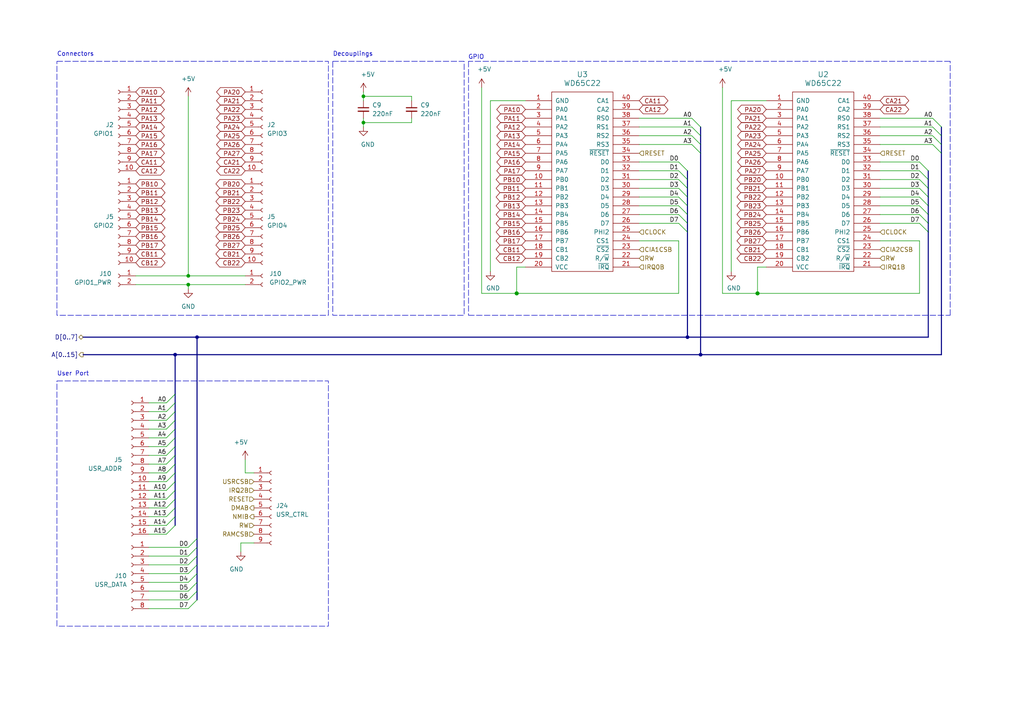
<source format=kicad_sch>
(kicad_sch (version 20230121) (generator eeschema)
  (paper "A4")
  (lib_symbols
    (symbol "65xx:WD65C22" (pin_names (offset 1.016))
      (property "Reference" "U" (at 0 -29.21 0))
      (property "Value" "WD65C22" (at 0 -2.54 90))
      (symbol "WD65C22_0_1"
        (rectangle (start -8.89 25.4) (end 8.89 -26.67))
      )
      (symbol "WD65C22_1_1"
        (pin power_in line (at -16.51 22.86 0) (length 7.62) (name "GND") (number "1"))
        (pin bidirectional line (at -16.51 0 0) (length 7.62) (name "PB0") (number "10"))
        (pin bidirectional line (at -16.51 -2.54 0) (length 7.62) (name "PB1") (number "11"))
        (pin bidirectional line (at -16.51 -5.08 0) (length 7.62) (name "PB2") (number "12"))
        (pin bidirectional line (at -16.51 -7.62 0) (length 7.62) (name "PB3") (number "13"))
        (pin bidirectional line (at -16.51 -10.16 0) (length 7.62) (name "PB4") (number "14"))
        (pin bidirectional line (at -16.51 -12.7 0) (length 7.62) (name "PB5") (number "15"))
        (pin bidirectional line (at -16.51 -15.24 0) (length 7.62) (name "PB6") (number "16"))
        (pin bidirectional line (at -16.51 -17.78 0) (length 7.62) (name "PB7") (number "17"))
        (pin bidirectional line (at -16.51 -20.32 0) (length 7.62) (name "CB1") (number "18"))
        (pin output line (at -16.51 -22.86 0) (length 7.62) (name "CB2") (number "19"))
        (pin bidirectional line (at -16.51 20.32 0) (length 7.62) (name "PA0") (number "2"))
        (pin power_in line (at -16.51 -25.4 0) (length 7.62) (name "VCC") (number "20"))
        (pin output line (at 16.51 -25.4 180) (length 7.62) (name "~{IRQ}") (number "21"))
        (pin input line (at 16.51 -22.86 180) (length 7.62) (name "R/~{W}") (number "22"))
        (pin input line (at 16.51 -20.32 180) (length 7.62) (name "~{CS2}") (number "23"))
        (pin input line (at 16.51 -17.78 180) (length 7.62) (name "CS1") (number "24"))
        (pin input line (at 16.51 -15.24 180) (length 7.62) (name "PHI2") (number "25"))
        (pin tri_state line (at 16.51 -12.7 180) (length 7.62) (name "D7") (number "26"))
        (pin tri_state line (at 16.51 -10.16 180) (length 7.62) (name "D6") (number "27"))
        (pin tri_state line (at 16.51 -7.62 180) (length 7.62) (name "D5") (number "28"))
        (pin tri_state line (at 16.51 -5.08 180) (length 7.62) (name "D4") (number "29"))
        (pin bidirectional line (at -16.51 17.78 0) (length 7.62) (name "PA1") (number "3"))
        (pin tri_state line (at 16.51 -2.54 180) (length 7.62) (name "D3") (number "30"))
        (pin tri_state line (at 16.51 0 180) (length 7.62) (name "D2") (number "31"))
        (pin tri_state line (at 16.51 2.54 180) (length 7.62) (name "D1") (number "32"))
        (pin tri_state line (at 16.51 5.08 180) (length 7.62) (name "D0") (number "33"))
        (pin input line (at 16.51 7.62 180) (length 7.62) (name "~{RESET}") (number "34"))
        (pin input line (at 16.51 10.16 180) (length 7.62) (name "RS3") (number "35"))
        (pin input line (at 16.51 12.7 180) (length 7.62) (name "RS2") (number "36"))
        (pin input line (at 16.51 15.24 180) (length 7.62) (name "RS1") (number "37"))
        (pin input line (at 16.51 17.78 180) (length 7.62) (name "RS0") (number "38"))
        (pin bidirectional line (at 16.51 20.32 180) (length 7.62) (name "CA2") (number "39"))
        (pin bidirectional line (at -16.51 15.24 0) (length 7.62) (name "PA2") (number "4"))
        (pin bidirectional line (at 16.51 22.86 180) (length 7.62) (name "CA1") (number "40"))
        (pin bidirectional line (at -16.51 12.7 0) (length 7.62) (name "PA3") (number "5"))
        (pin bidirectional line (at -16.51 10.16 0) (length 7.62) (name "PA4") (number "6"))
        (pin bidirectional line (at -16.51 7.62 0) (length 7.62) (name "PA5") (number "7"))
        (pin bidirectional line (at -16.51 5.08 0) (length 7.62) (name "PA6") (number "8"))
        (pin bidirectional line (at -16.51 2.54 0) (length 7.62) (name "PA7") (number "9"))
      )
    )
    (symbol "Connector:Conn_01x02_Female" (pin_names (offset 1.016) hide)
      (property "Reference" "J" (at 0 2.54 0))
      (property "Value" "Conn_01x02_Female" (at 0 -5.08 0))
      (symbol "Conn_01x02_Female_1_1"
        (arc (start 0 -2.032) (mid -0.5058 -2.54) (end 0 -3.048) (stroke (width 0.1524)))
        (polyline (pts (xy -1.27 -2.54) (xy -0.508 -2.54)) (stroke (width 0.1524)))
        (polyline (pts (xy -1.27 0) (xy -0.508 0)) (stroke (width 0.1524)))
        (arc (start 0 0.508) (mid -0.5058 0) (end 0 -0.508) (stroke (width 0.1524)))
        (pin passive line (at -5.08 0 0) (length 3.81) (name "Pin_1") (number "1"))
        (pin passive line (at -5.08 -2.54 0) (length 3.81) (name "Pin_2") (number "2"))
      )
    )
    (symbol "Connector:Conn_01x08_Socket" (pin_names (offset 1.016) hide)
      (property "Reference" "J" (at 0 10.16 0))
      (property "Value" "Conn_01x08_Socket" (at 0 -12.7 0))
      (symbol "Conn_01x08_Socket_1_1"
        (arc (start 0 -9.652) (mid -0.5058 -10.16) (end 0 -10.668) (stroke (width 0.1524)))
        (arc (start 0 -7.112) (mid -0.5058 -7.62) (end 0 -8.128) (stroke (width 0.1524)))
        (arc (start 0 -4.572) (mid -0.5058 -5.08) (end 0 -5.588) (stroke (width 0.1524)))
        (arc (start 0 -2.032) (mid -0.5058 -2.54) (end 0 -3.048) (stroke (width 0.1524)))
        (polyline (pts (xy -1.27 -10.16) (xy -0.508 -10.16)) (stroke (width 0.1524)))
        (polyline (pts (xy -1.27 -7.62) (xy -0.508 -7.62)) (stroke (width 0.1524)))
        (polyline (pts (xy -1.27 -5.08) (xy -0.508 -5.08)) (stroke (width 0.1524)))
        (polyline (pts (xy -1.27 -2.54) (xy -0.508 -2.54)) (stroke (width 0.1524)))
        (polyline (pts (xy -1.27 0) (xy -0.508 0)) (stroke (width 0.1524)))
        (polyline (pts (xy -1.27 2.54) (xy -0.508 2.54)) (stroke (width 0.1524)))
        (polyline (pts (xy -1.27 5.08) (xy -0.508 5.08)) (stroke (width 0.1524)))
        (polyline (pts (xy -1.27 7.62) (xy -0.508 7.62)) (stroke (width 0.1524)))
        (arc (start 0 0.508) (mid -0.5058 0) (end 0 -0.508) (stroke (width 0.1524)))
        (arc (start 0 3.048) (mid -0.5058 2.54) (end 0 2.032) (stroke (width 0.1524)))
        (arc (start 0 5.588) (mid -0.5058 5.08) (end 0 4.572) (stroke (width 0.1524)))
        (arc (start 0 8.128) (mid -0.5058 7.62) (end 0 7.112) (stroke (width 0.1524)))
        (pin passive line (at -5.08 7.62 0) (length 3.81) (name "Pin_1") (number "1"))
        (pin passive line (at -5.08 5.08 0) (length 3.81) (name "Pin_2") (number "2"))
        (pin passive line (at -5.08 2.54 0) (length 3.81) (name "Pin_3") (number "3"))
        (pin passive line (at -5.08 0 0) (length 3.81) (name "Pin_4") (number "4"))
        (pin passive line (at -5.08 -2.54 0) (length 3.81) (name "Pin_5") (number "5"))
        (pin passive line (at -5.08 -5.08 0) (length 3.81) (name "Pin_6") (number "6"))
        (pin passive line (at -5.08 -7.62 0) (length 3.81) (name "Pin_7") (number "7"))
        (pin passive line (at -5.08 -10.16 0) (length 3.81) (name "Pin_8") (number "8"))
      )
    )
    (symbol "Connector:Conn_01x09_Socket" (pin_names (offset 1.016) hide)
      (property "Reference" "J" (at 0 12.7 0))
      (property "Value" "Conn_01x09_Socket" (at 0 -12.7 0))
      (symbol "Conn_01x09_Socket_1_1"
        (arc (start 0 -9.652) (mid -0.5058 -10.16) (end 0 -10.668) (stroke (width 0.1524)))
        (arc (start 0 -7.112) (mid -0.5058 -7.62) (end 0 -8.128) (stroke (width 0.1524)))
        (arc (start 0 -4.572) (mid -0.5058 -5.08) (end 0 -5.588) (stroke (width 0.1524)))
        (arc (start 0 -2.032) (mid -0.5058 -2.54) (end 0 -3.048) (stroke (width 0.1524)))
        (polyline (pts (xy -1.27 -10.16) (xy -0.508 -10.16)) (stroke (width 0.1524)))
        (polyline (pts (xy -1.27 -7.62) (xy -0.508 -7.62)) (stroke (width 0.1524)))
        (polyline (pts (xy -1.27 -5.08) (xy -0.508 -5.08)) (stroke (width 0.1524)))
        (polyline (pts (xy -1.27 -2.54) (xy -0.508 -2.54)) (stroke (width 0.1524)))
        (polyline (pts (xy -1.27 0) (xy -0.508 0)) (stroke (width 0.1524)))
        (polyline (pts (xy -1.27 2.54) (xy -0.508 2.54)) (stroke (width 0.1524)))
        (polyline (pts (xy -1.27 5.08) (xy -0.508 5.08)) (stroke (width 0.1524)))
        (polyline (pts (xy -1.27 7.62) (xy -0.508 7.62)) (stroke (width 0.1524)))
        (polyline (pts (xy -1.27 10.16) (xy -0.508 10.16)) (stroke (width 0.1524)))
        (arc (start 0 0.508) (mid -0.5058 0) (end 0 -0.508) (stroke (width 0.1524)))
        (arc (start 0 3.048) (mid -0.5058 2.54) (end 0 2.032) (stroke (width 0.1524)))
        (arc (start 0 5.588) (mid -0.5058 5.08) (end 0 4.572) (stroke (width 0.1524)))
        (arc (start 0 8.128) (mid -0.5058 7.62) (end 0 7.112) (stroke (width 0.1524)))
        (arc (start 0 10.668) (mid -0.5058 10.16) (end 0 9.652) (stroke (width 0.1524)))
        (pin passive line (at -5.08 10.16 0) (length 3.81) (name "Pin_1") (number "1"))
        (pin passive line (at -5.08 7.62 0) (length 3.81) (name "Pin_2") (number "2"))
        (pin passive line (at -5.08 5.08 0) (length 3.81) (name "Pin_3") (number "3"))
        (pin passive line (at -5.08 2.54 0) (length 3.81) (name "Pin_4") (number "4"))
        (pin passive line (at -5.08 0 0) (length 3.81) (name "Pin_5") (number "5"))
        (pin passive line (at -5.08 -2.54 0) (length 3.81) (name "Pin_6") (number "6"))
        (pin passive line (at -5.08 -5.08 0) (length 3.81) (name "Pin_7") (number "7"))
        (pin passive line (at -5.08 -7.62 0) (length 3.81) (name "Pin_8") (number "8"))
        (pin passive line (at -5.08 -10.16 0) (length 3.81) (name "Pin_9") (number "9"))
      )
    )
    (symbol "Connector:Conn_01x10_Female" (pin_names (offset 1.016) hide)
      (property "Reference" "J" (at 0 12.7 0))
      (property "Value" "Conn_01x10_Female" (at 0 -15.24 0))
      (symbol "Conn_01x10_Female_1_1"
        (arc (start 0 -12.192) (mid -0.5058 -12.7) (end 0 -13.208) (stroke (width 0.1524)))
        (arc (start 0 -9.652) (mid -0.5058 -10.16) (end 0 -10.668) (stroke (width 0.1524)))
        (arc (start 0 -7.112) (mid -0.5058 -7.62) (end 0 -8.128) (stroke (width 0.1524)))
        (arc (start 0 -4.572) (mid -0.5058 -5.08) (end 0 -5.588) (stroke (width 0.1524)))
        (arc (start 0 -2.032) (mid -0.5058 -2.54) (end 0 -3.048) (stroke (width 0.1524)))
        (polyline (pts (xy -1.27 -12.7) (xy -0.508 -12.7)) (stroke (width 0.1524)))
        (polyline (pts (xy -1.27 -10.16) (xy -0.508 -10.16)) (stroke (width 0.1524)))
        (polyline (pts (xy -1.27 -7.62) (xy -0.508 -7.62)) (stroke (width 0.1524)))
        (polyline (pts (xy -1.27 -5.08) (xy -0.508 -5.08)) (stroke (width 0.1524)))
        (polyline (pts (xy -1.27 -2.54) (xy -0.508 -2.54)) (stroke (width 0.1524)))
        (polyline (pts (xy -1.27 0) (xy -0.508 0)) (stroke (width 0.1524)))
        (polyline (pts (xy -1.27 2.54) (xy -0.508 2.54)) (stroke (width 0.1524)))
        (polyline (pts (xy -1.27 5.08) (xy -0.508 5.08)) (stroke (width 0.1524)))
        (polyline (pts (xy -1.27 7.62) (xy -0.508 7.62)) (stroke (width 0.1524)))
        (polyline (pts (xy -1.27 10.16) (xy -0.508 10.16)) (stroke (width 0.1524)))
        (arc (start 0 0.508) (mid -0.5058 0) (end 0 -0.508) (stroke (width 0.1524)))
        (arc (start 0 3.048) (mid -0.5058 2.54) (end 0 2.032) (stroke (width 0.1524)))
        (arc (start 0 5.588) (mid -0.5058 5.08) (end 0 4.572) (stroke (width 0.1524)))
        (arc (start 0 8.128) (mid -0.5058 7.62) (end 0 7.112) (stroke (width 0.1524)))
        (arc (start 0 10.668) (mid -0.5058 10.16) (end 0 9.652) (stroke (width 0.1524)))
        (pin passive line (at -5.08 10.16 0) (length 3.81) (name "Pin_1") (number "1"))
        (pin passive line (at -5.08 -12.7 0) (length 3.81) (name "Pin_10") (number "10"))
        (pin passive line (at -5.08 7.62 0) (length 3.81) (name "Pin_2") (number "2"))
        (pin passive line (at -5.08 5.08 0) (length 3.81) (name "Pin_3") (number "3"))
        (pin passive line (at -5.08 2.54 0) (length 3.81) (name "Pin_4") (number "4"))
        (pin passive line (at -5.08 0 0) (length 3.81) (name "Pin_5") (number "5"))
        (pin passive line (at -5.08 -2.54 0) (length 3.81) (name "Pin_6") (number "6"))
        (pin passive line (at -5.08 -5.08 0) (length 3.81) (name "Pin_7") (number "7"))
        (pin passive line (at -5.08 -7.62 0) (length 3.81) (name "Pin_8") (number "8"))
        (pin passive line (at -5.08 -10.16 0) (length 3.81) (name "Pin_9") (number "9"))
      )
    )
    (symbol "Connector:Conn_01x10_Female_1" (pin_names (offset 1.016) hide)
      (property "Reference" "J" (at 0 12.7 0))
      (property "Value" "Conn_01x10_Female" (at 0 -15.24 0))
      (symbol "Conn_01x10_Female_1_1_1"
        (arc (start 0 -12.192) (mid -0.5058 -12.7) (end 0 -13.208) (stroke (width 0.1524)))
        (arc (start 0 -9.652) (mid -0.5058 -10.16) (end 0 -10.668) (stroke (width 0.1524)))
        (arc (start 0 -7.112) (mid -0.5058 -7.62) (end 0 -8.128) (stroke (width 0.1524)))
        (arc (start 0 -4.572) (mid -0.5058 -5.08) (end 0 -5.588) (stroke (width 0.1524)))
        (arc (start 0 -2.032) (mid -0.5058 -2.54) (end 0 -3.048) (stroke (width 0.1524)))
        (polyline (pts (xy -1.27 -12.7) (xy -0.508 -12.7)) (stroke (width 0.1524)))
        (polyline (pts (xy -1.27 -10.16) (xy -0.508 -10.16)) (stroke (width 0.1524)))
        (polyline (pts (xy -1.27 -7.62) (xy -0.508 -7.62)) (stroke (width 0.1524)))
        (polyline (pts (xy -1.27 -5.08) (xy -0.508 -5.08)) (stroke (width 0.1524)))
        (polyline (pts (xy -1.27 -2.54) (xy -0.508 -2.54)) (stroke (width 0.1524)))
        (polyline (pts (xy -1.27 0) (xy -0.508 0)) (stroke (width 0.1524)))
        (polyline (pts (xy -1.27 2.54) (xy -0.508 2.54)) (stroke (width 0.1524)))
        (polyline (pts (xy -1.27 5.08) (xy -0.508 5.08)) (stroke (width 0.1524)))
        (polyline (pts (xy -1.27 7.62) (xy -0.508 7.62)) (stroke (width 0.1524)))
        (polyline (pts (xy -1.27 10.16) (xy -0.508 10.16)) (stroke (width 0.1524)))
        (arc (start 0 0.508) (mid -0.5058 0) (end 0 -0.508) (stroke (width 0.1524)))
        (arc (start 0 3.048) (mid -0.5058 2.54) (end 0 2.032) (stroke (width 0.1524)))
        (arc (start 0 5.588) (mid -0.5058 5.08) (end 0 4.572) (stroke (width 0.1524)))
        (arc (start 0 8.128) (mid -0.5058 7.62) (end 0 7.112) (stroke (width 0.1524)))
        (arc (start 0 10.668) (mid -0.5058 10.16) (end 0 9.652) (stroke (width 0.1524)))
        (pin passive line (at -5.08 10.16 0) (length 3.81) (name "Pin_1") (number "1"))
        (pin passive line (at -5.08 -12.7 0) (length 3.81) (name "Pin_10") (number "10"))
        (pin passive line (at -5.08 7.62 0) (length 3.81) (name "Pin_2") (number "2"))
        (pin passive line (at -5.08 5.08 0) (length 3.81) (name "Pin_3") (number "3"))
        (pin passive line (at -5.08 2.54 0) (length 3.81) (name "Pin_4") (number "4"))
        (pin passive line (at -5.08 0 0) (length 3.81) (name "Pin_5") (number "5"))
        (pin passive line (at -5.08 -2.54 0) (length 3.81) (name "Pin_6") (number "6"))
        (pin passive line (at -5.08 -5.08 0) (length 3.81) (name "Pin_7") (number "7"))
        (pin passive line (at -5.08 -7.62 0) (length 3.81) (name "Pin_8") (number "8"))
        (pin passive line (at -5.08 -10.16 0) (length 3.81) (name "Pin_9") (number "9"))
      )
    )
    (symbol "Connector:Conn_01x16_Socket" (pin_names (offset 1.016) hide)
      (property "Reference" "J" (at 0 20.32 0))
      (property "Value" "Conn_01x16_Socket" (at 0 -22.86 0))
      (symbol "Conn_01x16_Socket_1_1"
        (arc (start 0 -19.812) (mid -0.5058 -20.32) (end 0 -20.828) (stroke (width 0.1524)))
        (arc (start 0 -17.272) (mid -0.5058 -17.78) (end 0 -18.288) (stroke (width 0.1524)))
        (arc (start 0 -14.732) (mid -0.5058 -15.24) (end 0 -15.748) (stroke (width 0.1524)))
        (arc (start 0 -12.192) (mid -0.5058 -12.7) (end 0 -13.208) (stroke (width 0.1524)))
        (arc (start 0 -9.652) (mid -0.5058 -10.16) (end 0 -10.668) (stroke (width 0.1524)))
        (arc (start 0 -7.112) (mid -0.5058 -7.62) (end 0 -8.128) (stroke (width 0.1524)))
        (arc (start 0 -4.572) (mid -0.5058 -5.08) (end 0 -5.588) (stroke (width 0.1524)))
        (arc (start 0 -2.032) (mid -0.5058 -2.54) (end 0 -3.048) (stroke (width 0.1524)))
        (polyline (pts (xy -1.27 -20.32) (xy -0.508 -20.32)) (stroke (width 0.1524)))
        (polyline (pts (xy -1.27 -17.78) (xy -0.508 -17.78)) (stroke (width 0.1524)))
        (polyline (pts (xy -1.27 -15.24) (xy -0.508 -15.24)) (stroke (width 0.1524)))
        (polyline (pts (xy -1.27 -12.7) (xy -0.508 -12.7)) (stroke (width 0.1524)))
        (polyline (pts (xy -1.27 -10.16) (xy -0.508 -10.16)) (stroke (width 0.1524)))
        (polyline (pts (xy -1.27 -7.62) (xy -0.508 -7.62)) (stroke (width 0.1524)))
        (polyline (pts (xy -1.27 -5.08) (xy -0.508 -5.08)) (stroke (width 0.1524)))
        (polyline (pts (xy -1.27 -2.54) (xy -0.508 -2.54)) (stroke (width 0.1524)))
        (polyline (pts (xy -1.27 0) (xy -0.508 0)) (stroke (width 0.1524)))
        (polyline (pts (xy -1.27 2.54) (xy -0.508 2.54)) (stroke (width 0.1524)))
        (polyline (pts (xy -1.27 5.08) (xy -0.508 5.08)) (stroke (width 0.1524)))
        (polyline (pts (xy -1.27 7.62) (xy -0.508 7.62)) (stroke (width 0.1524)))
        (polyline (pts (xy -1.27 10.16) (xy -0.508 10.16)) (stroke (width 0.1524)))
        (polyline (pts (xy -1.27 12.7) (xy -0.508 12.7)) (stroke (width 0.1524)))
        (polyline (pts (xy -1.27 15.24) (xy -0.508 15.24)) (stroke (width 0.1524)))
        (polyline (pts (xy -1.27 17.78) (xy -0.508 17.78)) (stroke (width 0.1524)))
        (arc (start 0 0.508) (mid -0.5058 0) (end 0 -0.508) (stroke (width 0.1524)))
        (arc (start 0 3.048) (mid -0.5058 2.54) (end 0 2.032) (stroke (width 0.1524)))
        (arc (start 0 5.588) (mid -0.5058 5.08) (end 0 4.572) (stroke (width 0.1524)))
        (arc (start 0 8.128) (mid -0.5058 7.62) (end 0 7.112) (stroke (width 0.1524)))
        (arc (start 0 10.668) (mid -0.5058 10.16) (end 0 9.652) (stroke (width 0.1524)))
        (arc (start 0 13.208) (mid -0.5058 12.7) (end 0 12.192) (stroke (width 0.1524)))
        (arc (start 0 15.748) (mid -0.5058 15.24) (end 0 14.732) (stroke (width 0.1524)))
        (arc (start 0 18.288) (mid -0.5058 17.78) (end 0 17.272) (stroke (width 0.1524)))
        (pin passive line (at -5.08 17.78 0) (length 3.81) (name "Pin_1") (number "1"))
        (pin passive line (at -5.08 -5.08 0) (length 3.81) (name "Pin_10") (number "10"))
        (pin passive line (at -5.08 -7.62 0) (length 3.81) (name "Pin_11") (number "11"))
        (pin passive line (at -5.08 -10.16 0) (length 3.81) (name "Pin_12") (number "12"))
        (pin passive line (at -5.08 -12.7 0) (length 3.81) (name "Pin_13") (number "13"))
        (pin passive line (at -5.08 -15.24 0) (length 3.81) (name "Pin_14") (number "14"))
        (pin passive line (at -5.08 -17.78 0) (length 3.81) (name "Pin_15") (number "15"))
        (pin passive line (at -5.08 -20.32 0) (length 3.81) (name "Pin_16") (number "16"))
        (pin passive line (at -5.08 15.24 0) (length 3.81) (name "Pin_2") (number "2"))
        (pin passive line (at -5.08 12.7 0) (length 3.81) (name "Pin_3") (number "3"))
        (pin passive line (at -5.08 10.16 0) (length 3.81) (name "Pin_4") (number "4"))
        (pin passive line (at -5.08 7.62 0) (length 3.81) (name "Pin_5") (number "5"))
        (pin passive line (at -5.08 5.08 0) (length 3.81) (name "Pin_6") (number "6"))
        (pin passive line (at -5.08 2.54 0) (length 3.81) (name "Pin_7") (number "7"))
        (pin passive line (at -5.08 0 0) (length 3.81) (name "Pin_8") (number "8"))
        (pin passive line (at -5.08 -2.54 0) (length 3.81) (name "Pin_9") (number "9"))
      )
    )
    (symbol "Device:C_Small" (pin_numbers hide) (pin_names (offset 0.254) hide)
      (property "Reference" "C" (at 0.254 1.778 0))
      (property "Value" "C_Small" (at 0.254 -2.032 0))
      (symbol "C_Small_0_1"
        (polyline (pts (xy -1.524 -0.508) (xy 1.524 -0.508)) (stroke (width 0.3302)))
        (polyline (pts (xy -1.524 0.508) (xy 1.524 0.508)) (stroke (width 0.3048)))
      )
      (symbol "C_Small_1_1"
        (pin passive line (at 0 2.54 270) (length 2.032) (name "~") (number "1"))
        (pin passive line (at 0 -2.54 90) (length 2.032) (name "~") (number "2"))
      )
    )
    (symbol "power:+5V" (power) (pin_names (offset 0))
      (property "Value" "+5V" (at 0 3.556 0))
      (symbol "+5V_0_1"
        (polyline (pts (xy -0.762 1.27) (xy 0 2.54)))
        (polyline (pts (xy 0 0) (xy 0 2.54)))
        (polyline (pts (xy 0 2.54) (xy 0.762 1.27)))
      )
      (symbol "+5V_1_1"
        (pin power_in line (at 0 0 90) (length 0) hide (name "+5V") (number "1"))
      )
    )
    (symbol "power:GND" (power) (pin_names (offset 0))
      (property "Value" "GND" (at 0 -3.81 0))
      (symbol "GND_0_1"
        (polyline (pts (xy 0 0) (xy 0 -1.27) (xy 1.27 -1.27) (xy 0 -2.54) (xy -1.27 -1.27) (xy 0 -1.27)))
      )
      (symbol "GND_1_1"
        (pin power_in line (at 0 0 270) (length 0) hide (name "GND") (number "1"))
      )
    )
  )
  (junction (at 105.41 27.94))
  (junction (at 57.15 97.79))
  (junction (at 50.8 102.87))
  (junction (at 54.61 82.55))
  (junction (at 149.86 85.09) (diameter 1.016))
  (junction (at 219.71 85.09) (diameter 1.016))
  (junction (at 203.2 102.87))
  (junction (at 199.39 97.79))
  (junction (at 105.41 35.56))
  (junction (at 54.61 80.01))
  (bus_entry (at 48.26 119.38) (size 2.54 -2.54))
  (bus_entry (at 48.26 121.92) (size 2.54 -2.54))
  (bus_entry (at 270.51 34.29) (size 2.54 2.54) (stroke (width 0.1524)))
  (bus_entry (at 48.26 149.86) (size 2.54 -2.54))
  (bus_entry (at 200.66 34.29) (size 2.54 2.54) (stroke (width 0.1524)))
  (bus_entry (at 48.26 139.7) (size 2.54 -2.54))
  (bus_entry (at 196.85 52.07) (size 2.54 2.54) (stroke (width 0.1524)))
  (bus_entry (at 54.61 166.37) (size 2.54 -2.54))
  (bus_entry (at 48.26 134.62) (size 2.54 -2.54))
  (bus_entry (at 48.26 142.24) (size 2.54 -2.54))
  (bus_entry (at 48.26 147.32) (size 2.54 -2.54))
  (bus_entry (at 196.85 54.61) (size 2.54 2.54) (stroke (width 0.1524)))
  (bus_entry (at 270.51 36.83) (size 2.54 2.54) (stroke (width 0.1524)))
  (bus_entry (at 196.85 49.53) (size 2.54 2.54) (stroke (width 0.1524)))
  (bus_entry (at 196.85 64.77) (size 2.54 2.54) (stroke (width 0.1524)))
  (bus_entry (at 196.85 57.15) (size 2.54 2.54) (stroke (width 0.1524)))
  (bus_entry (at 196.85 59.69) (size 2.54 2.54) (stroke (width 0.1524)))
  (bus_entry (at 48.26 154.94) (size 2.54 -2.54))
  (bus_entry (at 54.61 168.91) (size 2.54 -2.54))
  (bus_entry (at 270.51 41.91) (size 2.54 2.54) (stroke (width 0.1524)))
  (bus_entry (at 270.51 39.37) (size 2.54 2.54) (stroke (width 0.1524)))
  (bus_entry (at 266.7 54.61) (size 2.54 2.54) (stroke (width 0.1524)))
  (bus_entry (at 266.7 62.23) (size 2.54 2.54) (stroke (width 0.1524)))
  (bus_entry (at 54.61 173.99) (size 2.54 -2.54))
  (bus_entry (at 48.26 127) (size 2.54 -2.54))
  (bus_entry (at 200.66 39.37) (size 2.54 2.54) (stroke (width 0.1524)))
  (bus_entry (at 266.7 52.07) (size 2.54 2.54) (stroke (width 0.1524)))
  (bus_entry (at 48.26 137.16) (size 2.54 -2.54))
  (bus_entry (at 48.26 152.4) (size 2.54 -2.54))
  (bus_entry (at 54.61 171.45) (size 2.54 -2.54))
  (bus_entry (at 266.7 57.15) (size 2.54 2.54) (stroke (width 0.1524)))
  (bus_entry (at 48.26 132.08) (size 2.54 -2.54))
  (bus_entry (at 200.66 36.83) (size 2.54 2.54) (stroke (width 0.1524)))
  (bus_entry (at 266.7 46.99) (size 2.54 2.54) (stroke (width 0.1524)))
  (bus_entry (at 266.7 59.69) (size 2.54 2.54) (stroke (width 0.1524)))
  (bus_entry (at 200.66 41.91) (size 2.54 2.54) (stroke (width 0.1524)))
  (bus_entry (at 196.85 62.23) (size 2.54 2.54) (stroke (width 0.1524)))
  (bus_entry (at 196.85 46.99) (size 2.54 2.54) (stroke (width 0.1524)))
  (bus_entry (at 54.61 163.83) (size 2.54 -2.54))
  (bus_entry (at 48.26 144.78) (size 2.54 -2.54))
  (bus_entry (at 48.26 129.54) (size 2.54 -2.54))
  (bus_entry (at 48.26 116.84) (size 2.54 -2.54))
  (bus_entry (at 54.61 158.75) (size 2.54 -2.54))
  (bus_entry (at 266.7 64.77) (size 2.54 2.54) (stroke (width 0.1524)))
  (bus_entry (at 54.61 176.53) (size 2.54 -2.54))
  (bus_entry (at 266.7 49.53) (size 2.54 2.54) (stroke (width 0.1524)))
  (bus_entry (at 48.26 124.46) (size 2.54 -2.54))
  (bus_entry (at 54.61 161.29) (size 2.54 -2.54))
  (wire (pts (xy 185.42 59.69) (xy 196.85 59.69)))
  (wire (pts (xy 105.41 27.94) (xy 119.38 27.94)))
  (bus (pts (xy 269.24 52.07) (xy 269.24 54.61)))
  (bus (pts (xy 199.39 67.31) (xy 199.39 97.79)))
  (wire (pts (xy 149.86 85.09) (xy 196.85 85.09)))
  (bus (pts (xy 57.15 97.79) (xy 57.15 156.21)))
  (polyline (pts (xy 205.74 91.44) (xy 275.59 91.44)) (stroke (width 0) (type dash)))
  (bus (pts (xy 50.8 149.86) (xy 50.8 152.4)))
  (bus (pts (xy 50.8 127) (xy 50.8 129.54)))
  (bus (pts (xy 203.2 36.83) (xy 203.2 39.37)))
  (bus (pts (xy 50.8 124.46) (xy 50.8 127)))
  (bus (pts (xy 50.8 147.32) (xy 50.8 149.86)))
  (bus (pts (xy 199.39 52.07) (xy 199.39 54.61)))
  (bus (pts (xy 50.8 142.24) (xy 50.8 144.78)))
  (wire (pts (xy 73.66 157.48) (xy 69.85 157.48)))
  (bus (pts (xy 50.8 129.54) (xy 50.8 132.08)))
  (bus (pts (xy 50.8 102.87) (xy 50.8 114.3)))
  (bus (pts (xy 199.39 54.61) (xy 199.39 57.15)))
  (bus (pts (xy 203.2 44.45) (xy 203.2 102.87)))
  (bus (pts (xy 57.15 166.37) (xy 57.15 168.91)))
  (wire (pts (xy 43.18 116.84) (xy 48.26 116.84)))
  (wire (pts (xy 69.85 157.48) (xy 69.85 160.02)))
  (wire (pts (xy 43.18 121.92) (xy 48.26 121.92)))
  (wire (pts (xy 185.42 41.91) (xy 200.66 41.91)))
  (wire (pts (xy 43.18 154.94) (xy 48.26 154.94)))
  (wire (pts (xy 255.27 57.15) (xy 266.7 57.15)))
  (bus (pts (xy 269.24 49.53) (xy 269.24 52.07)))
  (bus (pts (xy 50.8 134.62) (xy 50.8 137.16)))
  (bus (pts (xy 50.8 121.92) (xy 50.8 124.46)))
  (wire (pts (xy 255.27 64.77) (xy 266.7 64.77)))
  (bus (pts (xy 269.24 62.23) (xy 269.24 64.77)))
  (wire (pts (xy 43.18 137.16) (xy 48.26 137.16)))
  (wire (pts (xy 43.18 158.75) (xy 54.61 158.75)))
  (wire (pts (xy 149.86 77.47) (xy 152.4 77.47)))
  (wire (pts (xy 196.85 69.85) (xy 196.85 85.09)))
  (wire (pts (xy 43.18 142.24) (xy 48.26 142.24)))
  (wire (pts (xy 43.18 161.29) (xy 54.61 161.29)))
  (wire (pts (xy 39.37 82.55) (xy 54.61 82.55)))
  (bus (pts (xy 273.05 39.37) (xy 273.05 41.91)))
  (wire (pts (xy 43.18 132.08) (xy 48.26 132.08)))
  (wire (pts (xy 39.37 80.01) (xy 54.61 80.01)))
  (wire (pts (xy 43.18 166.37) (xy 54.61 166.37)))
  (wire (pts (xy 54.61 80.01) (xy 54.61 27.94)))
  (wire (pts (xy 219.71 85.09) (xy 219.71 77.47)))
  (bus (pts (xy 269.24 67.31) (xy 269.24 97.79)))
  (bus (pts (xy 57.15 158.75) (xy 57.15 161.29)))
  (wire (pts (xy 255.27 41.91) (xy 270.51 41.91)))
  (bus (pts (xy 57.15 171.45) (xy 57.15 173.99)))
  (wire (pts (xy 43.18 149.86) (xy 48.26 149.86)))
  (wire (pts (xy 105.41 26.67) (xy 105.41 27.94)))
  (bus (pts (xy 199.39 57.15) (xy 199.39 59.69)))
  (bus (pts (xy 269.24 57.15) (xy 269.24 59.69)))
  (wire (pts (xy 43.18 124.46) (xy 48.26 124.46)))
  (bus (pts (xy 24.13 102.87) (xy 50.8 102.87)))
  (wire (pts (xy 139.7 85.09) (xy 149.86 85.09)))
  (polyline (pts (xy 135.89 91.44) (xy 205.74 91.44)) (stroke (width 0) (type dash)))
  (wire (pts (xy 43.18 129.54) (xy 48.26 129.54)))
  (wire (pts (xy 54.61 82.55) (xy 71.12 82.55)))
  (wire (pts (xy 71.12 133.35) (xy 71.12 137.16)))
  (wire (pts (xy 255.27 59.69) (xy 266.7 59.69)))
  (wire (pts (xy 119.38 27.94) (xy 119.38 29.21)))
  (polyline (pts (xy 275.59 17.78) (xy 205.74 17.78)) (stroke (width 0) (type dash)))
  (wire (pts (xy 209.55 25.4) (xy 209.55 85.09)))
  (polyline (pts (xy 205.74 17.78) (xy 135.89 17.78)) (stroke (width 0) (type dash)))
  (wire (pts (xy 152.4 29.21) (xy 142.24 29.21)))
  (wire (pts (xy 43.18 119.38) (xy 48.26 119.38)))
  (wire (pts (xy 43.18 152.4) (xy 48.26 152.4)))
  (wire (pts (xy 43.18 127) (xy 48.26 127)))
  (bus (pts (xy 199.39 59.69) (xy 199.39 62.23)))
  (wire (pts (xy 105.41 27.94) (xy 105.41 29.21)))
  (wire (pts (xy 219.71 77.47) (xy 222.25 77.47)))
  (wire (pts (xy 43.18 171.45) (xy 54.61 171.45)))
  (bus (pts (xy 269.24 59.69) (xy 269.24 62.23)))
  (wire (pts (xy 266.7 69.85) (xy 266.7 85.09)))
  (wire (pts (xy 54.61 80.01) (xy 71.12 80.01)))
  (wire (pts (xy 219.71 85.09) (xy 266.7 85.09)))
  (wire (pts (xy 209.55 85.09) (xy 219.71 85.09)))
  (bus (pts (xy 203.2 39.37) (xy 203.2 41.91)))
  (bus (pts (xy 50.8 139.7) (xy 50.8 142.24)))
  (wire (pts (xy 185.42 52.07) (xy 196.85 52.07)))
  (wire (pts (xy 185.42 36.83) (xy 200.66 36.83)))
  (wire (pts (xy 105.41 35.56) (xy 105.41 36.83)))
  (bus (pts (xy 57.15 97.79) (xy 199.39 97.79)))
  (bus (pts (xy 199.39 64.77) (xy 199.39 67.31)))
  (bus (pts (xy 50.8 116.84) (xy 50.8 119.38)))
  (bus (pts (xy 203.2 41.91) (xy 203.2 44.45)))
  (polyline (pts (xy 275.59 91.44) (xy 275.59 17.78)) (stroke (width 0) (type dash)))
  (bus (pts (xy 273.05 36.83) (xy 273.05 39.37)))
  (wire (pts (xy 255.27 52.07) (xy 266.7 52.07)))
  (wire (pts (xy 212.09 29.21) (xy 212.09 78.74)))
  (bus (pts (xy 203.2 102.87) (xy 273.05 102.87)))
  (wire (pts (xy 185.42 46.99) (xy 196.85 46.99)))
  (wire (pts (xy 105.41 35.56) (xy 119.38 35.56)))
  (wire (pts (xy 185.42 54.61) (xy 196.85 54.61)))
  (bus (pts (xy 50.8 119.38) (xy 50.8 121.92)))
  (wire (pts (xy 185.42 57.15) (xy 196.85 57.15)))
  (wire (pts (xy 255.27 34.29) (xy 270.51 34.29)))
  (bus (pts (xy 57.15 156.21) (xy 57.15 158.75)))
  (wire (pts (xy 185.42 69.85) (xy 196.85 69.85)))
  (bus (pts (xy 57.15 161.29) (xy 57.15 163.83)))
  (bus (pts (xy 50.8 132.08) (xy 50.8 134.62)))
  (wire (pts (xy 185.42 64.77) (xy 196.85 64.77)))
  (wire (pts (xy 255.27 39.37) (xy 270.51 39.37)))
  (bus (pts (xy 24.13 97.79) (xy 57.15 97.79)))
  (wire (pts (xy 43.18 134.62) (xy 48.26 134.62)))
  (bus (pts (xy 57.15 163.83) (xy 57.15 166.37)))
  (wire (pts (xy 43.18 163.83) (xy 54.61 163.83)))
  (bus (pts (xy 269.24 64.77) (xy 269.24 67.31)))
  (wire (pts (xy 105.41 34.29) (xy 105.41 35.56)))
  (wire (pts (xy 255.27 49.53) (xy 266.7 49.53)))
  (wire (pts (xy 255.27 62.23) (xy 266.7 62.23)))
  (wire (pts (xy 255.27 36.83) (xy 270.51 36.83)))
  (wire (pts (xy 255.27 69.85) (xy 266.7 69.85)))
  (wire (pts (xy 185.42 62.23) (xy 196.85 62.23)))
  (wire (pts (xy 43.18 168.91) (xy 54.61 168.91)))
  (wire (pts (xy 119.38 34.29) (xy 119.38 35.56)))
  (wire (pts (xy 222.25 29.21) (xy 212.09 29.21)))
  (wire (pts (xy 185.42 34.29) (xy 200.66 34.29)))
  (bus (pts (xy 50.8 114.3) (xy 50.8 116.84)))
  (bus (pts (xy 269.24 54.61) (xy 269.24 57.15)))
  (wire (pts (xy 43.18 147.32) (xy 48.26 147.32)))
  (wire (pts (xy 43.18 176.53) (xy 54.61 176.53)))
  (wire (pts (xy 71.12 137.16) (xy 73.66 137.16)))
  (bus (pts (xy 57.15 168.91) (xy 57.15 171.45)))
  (wire (pts (xy 43.18 144.78) (xy 48.26 144.78)))
  (wire (pts (xy 54.61 82.55) (xy 54.61 83.82)))
  (bus (pts (xy 199.39 97.79) (xy 269.24 97.79)))
  (bus (pts (xy 50.8 144.78) (xy 50.8 147.32)))
  (wire (pts (xy 43.18 139.7) (xy 48.26 139.7)))
  (bus (pts (xy 273.05 41.91) (xy 273.05 44.45)))
  (wire (pts (xy 139.7 25.4) (xy 139.7 85.09)))
  (wire (pts (xy 43.18 173.99) (xy 54.61 173.99)))
  (wire (pts (xy 185.42 39.37) (xy 200.66 39.37)))
  (bus (pts (xy 50.8 137.16) (xy 50.8 139.7)))
  (wire (pts (xy 149.86 85.09) (xy 149.86 77.47)))
  (bus (pts (xy 273.05 44.45) (xy 273.05 102.87)))
  (wire (pts (xy 255.27 54.61) (xy 266.7 54.61)))
  (wire (pts (xy 142.24 29.21) (xy 142.24 78.74)))
  (wire (pts (xy 185.42 49.53) (xy 196.85 49.53)))
  (polyline (pts (xy 135.89 17.78) (xy 135.89 91.44)) (stroke (width 0) (type dash)))
  (wire (pts (xy 255.27 46.99) (xy 266.7 46.99)))
  (bus (pts (xy 50.8 102.87) (xy 203.2 102.87)))
  (bus (pts (xy 199.39 49.53) (xy 199.39 52.07)))
  (bus (pts (xy 199.39 62.23) (xy 199.39 64.77)))
  (rectangle (start 96.52 17.78) (end 134.62 91.44) (stroke (width 0) (type dash)))
  (rectangle (start 16.51 17.78) (end 95.25 91.44) (stroke (width 0) (type dash)))
  (rectangle (start 16.51 110.49) (end 95.25 181.61) (stroke (width 0) (type dash)))
  (text "Connectors" (at 16.51 16.51 0) (effects (font (size 1.27 1.27)) (justify left bottom)))
  (text "GPIO" (at 140.462 17.399 0) (effects (font (size 1.27 1.27)) (justify right bottom)))
  (text "Decouplings" (at 96.52 16.51 0) (effects (font (size 1.27 1.27)) (justify left bottom)))
  (text "User Port" (at 16.51 109.22 0) (effects (font (size 1.27 1.27)) (justify left bottom)))
  (label "D6" (at 196.85 62.23 180))
  (label "A7" (at 48.26 134.62 180))
  (label "A14" (at 48.26 152.4 180))
  (label "D7" (at 266.7 64.77 180))
  (label "D5" (at 266.7 59.69 180))
  (label "D7" (at 196.85 64.77 180))
  (label "D2" (at 54.61 163.83 180))
  (label "A3" (at 200.66 41.91 180))
  (label "A5" (at 48.26 129.54 180))
  (label "D1" (at 196.85 49.53 180))
  (label "D4" (at 54.61 168.91 180))
  (label "A0" (at 200.66 34.29 180))
  (label "D1" (at 54.61 161.29 180))
  (label "D0" (at 54.61 158.75 180))
  (label "D4" (at 266.7 57.15 180))
  (label "A1" (at 200.66 36.83 180))
  (label "D3" (at 54.61 166.37 180))
  (label "A6" (at 48.26 132.08 180))
  (label "A4" (at 48.26 127 180))
  (label "D5" (at 54.61 171.45 180))
  (label "D1" (at 266.7 49.53 180))
  (label "A3" (at 270.51 41.91 180))
  (label "D3" (at 196.85 54.61 180))
  (label "A8" (at 48.26 137.16 180))
  (label "D0" (at 266.7 46.99 180))
  (label "A1" (at 270.51 36.83 180))
  (label "D2" (at 266.7 52.07 180))
  (label "A15" (at 48.26 154.94 180))
  (label "D0" (at 196.85 46.99 180))
  (label "D5" (at 196.85 59.69 180))
  (label "A2" (at 48.26 121.92 180))
  (label "D4" (at 196.85 57.15 180))
  (label "A2" (at 200.66 39.37 180))
  (label "D3" (at 266.7 54.61 180))
  (label "A0" (at 48.26 116.84 180))
  (label "D6" (at 54.61 173.99 180))
  (label "A2" (at 270.51 39.37 180))
  (label "A10" (at 48.26 142.24 180))
  (label "D6" (at 266.7 62.23 180))
  (label "A12" (at 48.26 147.32 180))
  (label "A3" (at 48.26 124.46 180))
  (label "A13" (at 48.26 149.86 180))
  (label "A9" (at 48.26 139.7 180))
  (label "A0" (at 270.51 34.29 180))
  (label "D2" (at 196.85 52.07 180))
  (label "D7" (at 54.61 176.53 180))
  (label "A1" (at 48.26 119.38 180))
  (label "A11" (at 48.26 144.78 180))
  (global_label "CA12" (shape bidirectional) (at 39.37 49.53 0) (property "Intersheetrefs" "${INTERSHEET_REFS}" (effects hide)))
  (global_label "PB13" (shape bidirectional) (at 152.4 59.69 180) (property "Intersheetrefs" "${INTERSHEET_REFS}" (effects hide)))
  (global_label "CA12" (shape bidirectional) (at 185.42 31.75 0) (property "Intersheetrefs" "${INTERSHEET_REFS}" (effects hide)))
  (global_label "CB12" (shape bidirectional) (at 152.4 74.93 180) (property "Intersheetrefs" "${INTERSHEET_REFS}" (effects hide)))
  (global_label "PB20" (shape bidirectional) (at 222.25 52.07 180) (property "Intersheetrefs" "${INTERSHEET_REFS}" (effects hide)))
  (global_label "PB20" (shape bidirectional) (at 71.12 53.34 180) (property "Intersheetrefs" "${INTERSHEET_REFS}" (effects hide)))
  (global_label "CA21" (shape bidirectional) (at 255.27 29.21 0) (property "Intersheetrefs" "${INTERSHEET_REFS}" (effects hide)))
  (global_label "PA20" (shape bidirectional) (at 222.25 31.75 180) (property "Intersheetrefs" "${INTERSHEET_REFS}" (effects hide)))
  (global_label "PB16" (shape bidirectional) (at 152.4 67.31 180) (property "Intersheetrefs" "${INTERSHEET_REFS}" (effects hide)))
  (global_label "PA23" (shape bidirectional) (at 71.12 34.29 180) (property "Intersheetrefs" "${INTERSHEET_REFS}" (effects hide)))
  (global_label "CB22" (shape bidirectional) (at 71.12 76.2 180) (property "Intersheetrefs" "${INTERSHEET_REFS}" (effects hide)))
  (global_label "PA13" (shape bidirectional) (at 39.37 34.29 0) (property "Intersheetrefs" "${INTERSHEET_REFS}" (effects hide)))
  (global_label "PA11" (shape bidirectional) (at 152.4 34.29 180) (property "Intersheetrefs" "${INTERSHEET_REFS}" (effects hide)))
  (global_label "CA22" (shape bidirectional) (at 255.27 31.75 0) (property "Intersheetrefs" "${INTERSHEET_REFS}" (effects hide)))
  (global_label "CA11" (shape bidirectional) (at 39.37 46.99 0) (property "Intersheetrefs" "${INTERSHEET_REFS}" (effects hide)))
  (global_label "PA12" (shape bidirectional) (at 152.4 36.83 180) (property "Intersheetrefs" "${INTERSHEET_REFS}" (effects hide)))
  (global_label "PA13" (shape bidirectional) (at 152.4 39.37 180) (property "Intersheetrefs" "${INTERSHEET_REFS}" (effects hide)))
  (global_label "PB25" (shape bidirectional) (at 222.25 64.77 180) (property "Intersheetrefs" "${INTERSHEET_REFS}" (effects hide)))
  (global_label "PA27" (shape bidirectional) (at 222.25 49.53 180) (property "Intersheetrefs" "${INTERSHEET_REFS}" (effects hide)))
  (global_label "PA16" (shape bidirectional) (at 39.37 41.91 0) (property "Intersheetrefs" "${INTERSHEET_REFS}" (effects hide)))
  (global_label "PB14" (shape bidirectional) (at 152.4 62.23 180) (property "Intersheetrefs" "${INTERSHEET_REFS}" (effects hide)))
  (global_label "PB17" (shape bidirectional) (at 39.37 71.12 0) (property "Intersheetrefs" "${INTERSHEET_REFS}" (effects hide)))
  (global_label "PB27" (shape bidirectional) (at 222.25 69.85 180) (property "Intersheetrefs" "${INTERSHEET_REFS}" (effects hide)))
  (global_label "PA23" (shape bidirectional) (at 222.25 39.37 180) (property "Intersheetrefs" "${INTERSHEET_REFS}" (effects hide)))
  (global_label "PA20" (shape bidirectional) (at 71.12 26.67 180) (property "Intersheetrefs" "${INTERSHEET_REFS}" (effects hide)))
  (global_label "PB15" (shape bidirectional) (at 39.37 66.04 0) (property "Intersheetrefs" "${INTERSHEET_REFS}" (effects hide)))
  (global_label "PA15" (shape bidirectional) (at 39.37 39.37 0) (property "Intersheetrefs" "${INTERSHEET_REFS}" (effects hide)))
  (global_label "CA11" (shape bidirectional) (at 185.42 29.21 0) (property "Intersheetrefs" "${INTERSHEET_REFS}" (effects hide)))
  (global_label "PB13" (shape bidirectional) (at 39.37 60.96 0) (property "Intersheetrefs" "${INTERSHEET_REFS}" (effects hide)))
  (global_label "PA26" (shape bidirectional) (at 71.12 41.91 180) (property "Intersheetrefs" "${INTERSHEET_REFS}" (effects hide)))
  (global_label "PB11" (shape bidirectional) (at 39.37 55.88 0) (property "Intersheetrefs" "${INTERSHEET_REFS}" (effects hide)))
  (global_label "PB23" (shape bidirectional) (at 71.12 60.96 180) (property "Intersheetrefs" "${INTERSHEET_REFS}" (effects hide)))
  (global_label "PA15" (shape bidirectional) (at 152.4 44.45 180) (property "Intersheetrefs" "${INTERSHEET_REFS}" (effects hide)))
  (global_label "PA25" (shape bidirectional) (at 71.12 39.37 180) (property "Intersheetrefs" "${INTERSHEET_REFS}" (effects hide)))
  (global_label "PB10" (shape bidirectional) (at 152.4 52.07 180) (property "Intersheetrefs" "${INTERSHEET_REFS}" (effects hide)))
  (global_label "PA22" (shape bidirectional) (at 71.12 31.75 180) (property "Intersheetrefs" "${INTERSHEET_REFS}" (effects hide)))
  (global_label "PA24" (shape bidirectional) (at 222.25 41.91 180) (property "Intersheetrefs" "${INTERSHEET_REFS}" (effects hide)))
  (global_label "PA10" (shape bidirectional) (at 152.4 31.75 180) (property "Intersheetrefs" "${INTERSHEET_REFS}" (effects hide)))
  (global_label "PA21" (shape bidirectional) (at 222.25 34.29 180) (property "Intersheetrefs" "${INTERSHEET_REFS}" (effects hide)))
  (global_label "PB24" (shape bidirectional) (at 71.12 63.5 180) (property "Intersheetrefs" "${INTERSHEET_REFS}" (effects hide)))
  (global_label "PA21" (shape bidirectional) (at 71.12 29.21 180) (property "Intersheetrefs" "${INTERSHEET_REFS}" (effects hide)))
  (global_label "PB22" (shape bidirectional) (at 222.25 57.15 180) (property "Intersheetrefs" "${INTERSHEET_REFS}" (effects hide)))
  (global_label "CB22" (shape bidirectional) (at 222.25 74.93 180) (property "Intersheetrefs" "${INTERSHEET_REFS}" (effects hide)))
  (global_label "PB27" (shape bidirectional) (at 71.12 71.12 180) (property "Intersheetrefs" "${INTERSHEET_REFS}" (effects hide)))
  (global_label "PA12" (shape bidirectional) (at 39.37 31.75 0) (property "Intersheetrefs" "${INTERSHEET_REFS}" (effects hide)))
  (global_label "PB16" (shape bidirectional) (at 39.37 68.58 0) (property "Intersheetrefs" "${INTERSHEET_REFS}" (effects hide)))
  (global_label "PB22" (shape bidirectional) (at 71.12 58.42 180) (property "Intersheetrefs" "${INTERSHEET_REFS}" (effects hide)))
  (global_label "PA27" (shape bidirectional) (at 71.12 44.45 180) (property "Intersheetrefs" "${INTERSHEET_REFS}" (effects hide)))
  (global_label "PB11" (shape bidirectional) (at 152.4 54.61 180) (property "Intersheetrefs" "${INTERSHEET_REFS}" (effects hide)))
  (global_label "CB12" (shape bidirectional) (at 39.37 76.2 0) (property "Intersheetrefs" "${INTERSHEET_REFS}" (effects hide)))
  (global_label "PB26" (shape bidirectional) (at 71.12 68.58 180) (property "Intersheetrefs" "${INTERSHEET_REFS}" (effects hide)))
  (global_label "CA21" (shape bidirectional) (at 71.12 46.99 180) (property "Intersheetrefs" "${INTERSHEET_REFS}" (effects hide)))
  (global_label "PB12" (shape bidirectional) (at 39.37 58.42 0) (property "Intersheetrefs" "${INTERSHEET_REFS}" (effects hide)))
  (global_label "PB21" (shape bidirectional) (at 222.25 54.61 180) (property "Intersheetrefs" "${INTERSHEET_REFS}" (effects hide)))
  (global_label "PA22" (shape bidirectional) (at 222.25 36.83 180) (property "Intersheetrefs" "${INTERSHEET_REFS}" (effects hide)))
  (global_label "PB15" (shape bidirectional) (at 152.4 64.77 180) (property "Intersheetrefs" "${INTERSHEET_REFS}" (effects hide)))
  (global_label "PA25" (shape bidirectional) (at 222.25 44.45 180) (property "Intersheetrefs" "${INTERSHEET_REFS}" (effects hide)))
  (global_label "PA26" (shape bidirectional) (at 222.25 46.99 180) (property "Intersheetrefs" "${INTERSHEET_REFS}" (effects hide)))
  (global_label "PB12" (shape bidirectional) (at 152.4 57.15 180) (property "Intersheetrefs" "${INTERSHEET_REFS}" (effects hide)))
  (global_label "PB24" (shape bidirectional) (at 222.25 62.23 180) (property "Intersheetrefs" "${INTERSHEET_REFS}" (effects hide)))
  (global_label "PA17" (shape bidirectional) (at 39.37 44.45 0) (property "Intersheetrefs" "${INTERSHEET_REFS}" (effects hide)))
  (global_label "PB23" (shape bidirectional) (at 222.25 59.69 180) (property "Intersheetrefs" "${INTERSHEET_REFS}" (effects hide)))
  (global_label "PA14" (shape bidirectional) (at 152.4 41.91 180) (property "Intersheetrefs" "${INTERSHEET_REFS}" (effects hide)))
  (global_label "CB11" (shape bidirectional) (at 152.4 72.39 180) (property "Intersheetrefs" "${INTERSHEET_REFS}" (effects hide)))
  (global_label "PB14" (shape bidirectional) (at 39.37 63.5 0) (property "Intersheetrefs" "${INTERSHEET_REFS}" (effects hide)))
  (global_label "PB25" (shape bidirectional) (at 71.12 66.04 180) (property "Intersheetrefs" "${INTERSHEET_REFS}" (effects hide)))
  (global_label "PA16" (shape bidirectional) (at 152.4 46.99 180) (property "Intersheetrefs" "${INTERSHEET_REFS}" (effects hide)))
  (global_label "CB11" (shape bidirectional) (at 39.37 73.66 0) (property "Intersheetrefs" "${INTERSHEET_REFS}" (effects hide)))
  (global_label "CA22" (shape bidirectional) (at 71.12 49.53 180) (property "Intersheetrefs" "${INTERSHEET_REFS}" (effects hide)))
  (global_label "PA17" (shape bidirectional) (at 152.4 49.53 180) (property "Intersheetrefs" "${INTERSHEET_REFS}" (effects hide)))
  (global_label "PB26" (shape bidirectional) (at 222.25 67.31 180) (property "Intersheetrefs" "${INTERSHEET_REFS}" (effects hide)))
  (global_label "PA14" (shape bidirectional) (at 39.37 36.83 0) (property "Intersheetrefs" "${INTERSHEET_REFS}" (effects hide)))
  (global_label "CB21" (shape bidirectional) (at 222.25 72.39 180) (property "Intersheetrefs" "${INTERSHEET_REFS}" (effects hide)))
  (global_label "PB10" (shape bidirectional) (at 39.37 53.34 0) (property "Intersheetrefs" "${INTERSHEET_REFS}" (effects hide)))
  (global_label "PA10" (shape bidirectional) (at 39.37 26.67 0) (property "Intersheetrefs" "${INTERSHEET_REFS}" (effects hide)))
  (global_label "PB21" (shape bidirectional) (at 71.12 55.88 180) (property "Intersheetrefs" "${INTERSHEET_REFS}" (effects hide)))
  (global_label "PB17" (shape bidirectional) (at 152.4 69.85 180) (property "Intersheetrefs" "${INTERSHEET_REFS}" (effects hide)))
  (global_label "CB21" (shape bidirectional) (at 71.12 73.66 180) (property "Intersheetrefs" "${INTERSHEET_REFS}" (effects hide)))
  (global_label "PA24" (shape bidirectional) (at 71.12 36.83 180) (property "Intersheetrefs" "${INTERSHEET_REFS}" (effects hide)))
  (global_label "PA11" (shape bidirectional) (at 39.37 29.21 0) (property "Intersheetrefs" "${INTERSHEET_REFS}" (effects hide)))
  (hierarchical_label "RESET" (shape input) (at 185.42 44.45 0))
  (hierarchical_label "A[0..15]" (shape output) (at 24.13 102.87 180))
  (hierarchical_label "NMIB" (shape output) (at 73.66 149.86 180))
  (hierarchical_label "USRCSB" (shape input) (at 73.66 139.7 180))
  (hierarchical_label "CIA1CSB" (shape input) (at 185.42 72.39 0))
  (hierarchical_label "RAMCSB" (shape input) (at 73.66 154.94 180))
  (hierarchical_label "RESET" (shape input) (at 255.27 44.45 0))
  (hierarchical_label "RW" (shape input) (at 255.27 74.93 0))
  (hierarchical_label "D[0..7]" (shape bidirectional) (at 24.13 97.79 180))
  (hierarchical_label "IRQ2B" (shape input) (at 73.66 142.24 180))
  (hierarchical_label "CIA2CSB" (shape input) (at 255.27 72.39 0))
  (hierarchical_label "RESET" (shape input) (at 73.66 144.78 180))
  (hierarchical_label "RW" (shape input) (at 73.66 152.4 180))
  (hierarchical_label "CLOCK" (shape input) (at 185.42 67.31 0))
  (hierarchical_label "IRQ1B" (shape input) (at 255.27 77.47 0))
  (hierarchical_label "IRQ0B" (shape input) (at 185.42 77.47 0))
  (hierarchical_label "CLOCK" (shape input) (at 255.27 67.31 0))
  (hierarchical_label "RW" (shape input) (at 185.42 74.93 0))
  (hierarchical_label "DMAB" (shape output) (at 73.66 147.32 180))
  (symbol (lib_id "power:GND") (at 212.09 78.74 0) (unit 1)
    (property "Reference" "#PWR017" (effects hide))
    (property "Value" "GND" (at 212.852 83.566 0))
    (instances (project "MotherBoard" (path "" (reference "#PWR017") (unit 1)) (path "" (reference "#PWR036") (unit 1))))
  )
  (symbol (lib_id "power:+5V") (at 71.12 133.35 0) (mirror y) (unit 1)
    (property "Reference" "#PWR030" (effects hide))
    (property "Value" "+5V" (at 69.85 128.27 0))
    (instances (project "MotherBoard" (path "" (reference "#PWR030") (unit 1)) (path "" (reference "#PWR044") (unit 1))))
  )
  (symbol (lib_id "Connector:Conn_01x08_Socket") (at 38.1 166.37 0) (mirror y) (unit 1)
    (property "Reference" "J10" (at 36.83 167.005 0) (effects (justify left)))
    (property "Value" "USR_DATA" (at 36.83 169.545 0) (effects (justify left)))
  )
  (symbol (lib_id "65xx:WD65C22") (at 238.76 52.07 0) (unit 1)
    (property "Reference" "U2" (at 238.76 21.59 0) (effects (font (size 1.524 1.524))))
    (property "Value" "WD65C22" (at 238.76 24.13 0) (effects (font (size 1.524 1.524))))
    (property "Footprint" "Package_DIP:DIP-40_W15.24mm" (effects hide))
    (instances (project "MotherBoard" (path "" (reference "U2") (unit 1)) (path "" (reference "U11") (unit 1))))
  )
  (symbol (lib_id "Connector:Conn_01x10_Female") (at 76.2 63.5 0) (unit 1)
    (property "Reference" "J5" (at 77.47 62.865 0) (effects (justify left)))
    (property "Value" "GPIO4" (at 77.47 65.405 0) (effects (justify left)))
    (property "Footprint" "Connector_PinSocket_2.54mm:PinSocket_1x10_P2.54mm_Vertical" (effects hide))
    (instances (project "MotherBoard" (path "" (reference "J5") (unit 1)) (path "" (reference "J21") (unit 1))))
  )
  (symbol (lib_id "power:+5V") (at 54.61 27.94 0) (unit 1)
    (property "Reference" "#PWR030" (effects hide))
    (property "Value" "+5V" (at 54.61 22.86 0))
    (instances (project "MotherBoard" (path "" (reference "#PWR030") (unit 1)) (path "" (reference "#PWR041") (unit 1))))
  )
  (symbol (lib_id "power:+5V") (at 105.41 26.67 0) (unit 1)
    (property "Reference" "#PWR0129" (effects hide))
    (property "Value" "+5V" (at 106.68 21.59 0))
    (instances (project "MotherBoard" (path "" (reference "#PWR0129") (unit 1)) (path "" (reference "#PWR016") (unit 1))))
  )
  (symbol (lib_id "Connector:Conn_01x02_Female") (at 34.29 80.01 0) (mirror y) (unit 1)
    (property "Reference" "J10" (at 32.385 79.375 0) (effects (justify left)))
    (property "Value" "GPIO1_PWR" (at 32.385 81.915 0) (effects (justify left)))
    (property "Footprint" "Connector_PinSocket_2.54mm:PinSocket_1x02_P2.54mm_Vertical" (effects hide))
    (instances (project "MotherBoard" (path "" (reference "J10") (unit 1)) (path "" (reference "J22") (unit 1))))
  )
  (symbol (lib_id "Connector:Conn_01x16_Socket") (at 38.1 134.62 0) (mirror y) (unit 1)
    (property "Reference" "J5" (at 34.29 133.35 0))
    (property "Value" "USR_ADDR" (at 30.48 135.89 0))
  )
  (symbol (lib_id "power:GND") (at 105.41 36.83 0) (unit 1)
    (property "Reference" "#PWR0130" (effects hide))
    (property "Value" "GND" (at 106.68 41.91 0))
    (instances (project "MotherBoard" (path "" (reference "#PWR0130") (unit 1)) (path "" (reference "#PWR017") (unit 1))))
  )
  (symbol (lib_id "power:+5V") (at 209.55 25.4 0) (unit 1)
    (property "Reference" "#PWR016" (effects hide))
    (property "Value" "+5V" (at 210.312 20.066 0))
    (instances (project "MotherBoard" (path "" (reference "#PWR016") (unit 1)) (path "" (reference "#PWR034") (unit 1))))
  )
  (symbol (lib_id "power:GND") (at 69.85 160.02 0) (mirror y) (unit 1)
    (property "Reference" "#PWR031" (effects hide))
    (property "Value" "GND" (at 68.58 165.1 0))
    (instances (project "MotherBoard" (path "" (reference "#PWR031") (unit 1)) (path "" (reference "#PWR043") (unit 1))))
  )
  (symbol (lib_name "Connector:Conn_01x10_Female_1") (lib_id "Connector:Conn_01x10_Female") (at 76.2 36.83 0) (unit 1)
    (property "Reference" "J2" (at 77.47 36.195 0) (effects (justify left)))
    (property "Value" "GPIO3" (at 77.47 38.735 0) (effects (justify left)))
    (property "Footprint" "Connector_PinSocket_2.54mm:PinSocket_1x10_P2.54mm_Vertical" (effects hide))
    (instances (project "MotherBoard" (path "" (reference "J2") (unit 1)) (path "" (reference "J20") (unit 1))))
  )
  (symbol (lib_id "Device:C_Small") (at 119.38 31.75 0) (unit 1)
    (property "Reference" "C9" (at 121.92 30.48 0) (effects (justify left)))
    (property "Value" "220nF" (at 121.92 33.02 0) (effects (justify left)))
    (property "Footprint" "Capacitor_THT:C_Disc_D5.0mm_W2.5mm_P5.00mm" (effects hide))
    (instances (project "MotherBoard" (path "" (reference "C9") (unit 1)) (path "" (reference "C12") (unit 1))))
  )
  (symbol (lib_id "Connector:Conn_01x02_Female") (at 76.2 80.01 0) (unit 1)
    (property "Reference" "J10" (at 78.105 79.375 0) (effects (justify left)))
    (property "Value" "GPIO2_PWR" (at 78.105 81.915 0) (effects (justify left)))
    (property "Footprint" "Connector_PinSocket_2.54mm:PinSocket_1x02_P2.54mm_Vertical" (effects hide))
    (instances (project "MotherBoard" (path "" (reference "J10") (unit 1)) (path "" (reference "J23") (unit 1))))
  )
  (symbol (lib_id "Device:C_Small") (at 105.41 31.75 0) (unit 1)
    (property "Reference" "C9" (at 107.95 30.48 0) (effects (justify left)))
    (property "Value" "220nF" (at 107.95 33.02 0) (effects (justify left)))
    (property "Footprint" "Capacitor_THT:C_Disc_D5.0mm_W2.5mm_P5.00mm" (effects hide))
    (instances (project "MotherBoard" (path "" (reference "C9") (unit 1)) (path "" (reference "C11") (unit 1))))
  )
  (symbol (lib_id "65xx:WD65C22") (at 168.91 52.07 0) (unit 1)
    (property "Reference" "U3" (at 168.91 21.59 0) (effects (font (size 1.524 1.524))))
    (property "Value" "WD65C22" (at 168.91 24.13 0) (effects (font (size 1.524 1.524))))
    (property "Footprint" "Package_DIP:DIP-40_W15.24mm" (effects hide))
    (instances (project "MotherBoard" (path "" (reference "U3") (unit 1)) (path "" (reference "U10") (unit 1))))
  )
  (symbol (lib_id "Connector:Conn_01x09_Socket") (at 78.74 147.32 0) (unit 1)
    (property "Reference" "J24" (at 80.01 146.685 0) (effects (justify left)))
    (property "Value" "USR_CTRL" (at 80.01 149.225 0) (effects (justify left)))
  )
  (symbol (lib_name "Connector:Conn_01x10_Female_1") (lib_id "Connector:Conn_01x10_Female") (at 34.29 36.83 0) (mirror y) (unit 1)
    (property "Reference" "J2" (at 33.02 36.195 0) (effects (justify left)))
    (property "Value" "GPIO1" (at 33.02 38.735 0) (effects (justify left)))
    (property "Footprint" "Connector_PinSocket_2.54mm:PinSocket_1x10_P2.54mm_Vertical" (effects hide))
    (instances (project "MotherBoard" (path "" (reference "J2") (unit 1)) (path "" (reference "J18") (unit 1))))
  )
  (symbol (lib_id "power:GND") (at 54.61 83.82 0) (mirror y) (unit 1)
    (property "Reference" "#PWR031" (effects hide))
    (property "Value" "GND" (at 54.61 88.9 0))
    (instances (project "MotherBoard" (path "" (reference "#PWR031") (unit 1)) (path "" (reference "#PWR040") (unit 1))))
  )
  (symbol (lib_id "power:GND") (at 142.24 78.74 0) (unit 1)
    (property "Reference" "#PWR0111" (effects hide))
    (property "Value" "GND" (at 143.002 83.566 0))
    (instances (project "MotherBoard" (path "" (reference "#PWR0111") (unit 1)) (path "" (reference "#PWR023") (unit 1))))
  )
  (symbol (lib_id "power:+5V") (at 139.7 25.4 0) (unit 1)
    (property "Reference" "#PWR0124" (effects hide))
    (property "Value" "+5V" (at 140.462 20.066 0))
    (instances (project "MotherBoard" (path "" (reference "#PWR0124") (unit 1)) (path "" (reference "#PWR022") (unit 1))))
  )
  (symbol (lib_id "Connector:Conn_01x10_Female") (at 34.29 63.5 0) (mirror y) (unit 1)
    (property "Reference" "J5" (at 33.02 62.865 0) (effects (justify left)))
    (property "Value" "GPIO2" (at 33.02 65.405 0) (effects (justify left)))
    (property "Footprint" "Connector_PinSocket_2.54mm:PinSocket_1x10_P2.54mm_Vertical" (effects hide))
    (instances (project "MotherBoard" (path "" (reference "J5") (unit 1)) (path "" (reference "J19") (unit 1))))
  )
)
</source>
